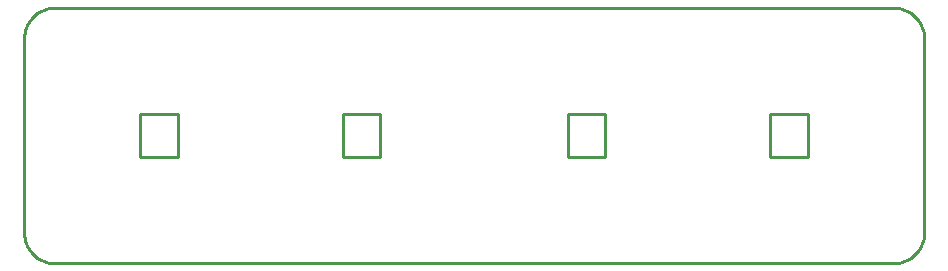
<source format=gbr>
G04 EAGLE Gerber RS-274X export*
G75*
%MOMM*%
%FSLAX34Y34*%
%LPD*%
%IN*%
%IPPOS*%
%AMOC8*
5,1,8,0,0,1.08239X$1,22.5*%
G01*
%ADD10C,0.254000*%


D10*
X-381000Y-82550D02*
X-380903Y-84764D01*
X-380614Y-86961D01*
X-380135Y-89124D01*
X-379468Y-91237D01*
X-378620Y-93285D01*
X-377597Y-95250D01*
X-376406Y-97119D01*
X-375058Y-98877D01*
X-373561Y-100511D01*
X-371927Y-102008D01*
X-370169Y-103356D01*
X-368300Y-104547D01*
X-366335Y-105570D01*
X-364287Y-106418D01*
X-362174Y-107085D01*
X-360011Y-107564D01*
X-357814Y-107853D01*
X-355600Y-107950D01*
X355600Y-107950D01*
X357814Y-107853D01*
X360011Y-107564D01*
X362174Y-107085D01*
X364287Y-106418D01*
X366335Y-105570D01*
X368300Y-104547D01*
X370169Y-103356D01*
X371927Y-102008D01*
X373561Y-100511D01*
X375058Y-98877D01*
X376406Y-97119D01*
X377597Y-95250D01*
X378620Y-93285D01*
X379468Y-91237D01*
X380135Y-89124D01*
X380614Y-86961D01*
X380903Y-84764D01*
X381000Y-82550D01*
X381000Y82550D01*
X380903Y84764D01*
X380614Y86961D01*
X380135Y89124D01*
X379468Y91237D01*
X378620Y93285D01*
X377597Y95250D01*
X376406Y97119D01*
X375058Y98877D01*
X373561Y100511D01*
X371927Y102008D01*
X370169Y103356D01*
X368300Y104547D01*
X366335Y105570D01*
X364287Y106418D01*
X362174Y107085D01*
X360011Y107564D01*
X357814Y107853D01*
X355600Y107950D01*
X-355600Y107950D01*
X-357814Y107853D01*
X-360011Y107564D01*
X-362174Y107085D01*
X-364287Y106418D01*
X-366335Y105570D01*
X-368300Y104547D01*
X-370169Y103356D01*
X-371927Y102008D01*
X-373561Y100511D01*
X-375058Y98877D01*
X-376406Y97119D01*
X-377597Y95250D01*
X-378620Y93285D01*
X-379468Y91237D01*
X-380135Y89124D01*
X-380614Y86961D01*
X-380903Y84764D01*
X-381000Y82550D01*
X-381000Y-82550D01*
X-282700Y-18000D02*
X-250700Y-18000D01*
X-250700Y18000D01*
X-282700Y18000D01*
X-282700Y-18000D01*
X-111250Y-18000D02*
X-79250Y-18000D01*
X-79250Y18000D01*
X-111250Y18000D01*
X-111250Y-18000D01*
X250700Y-18000D02*
X282700Y-18000D01*
X282700Y18000D01*
X250700Y18000D01*
X250700Y-18000D01*
X79250Y-18000D02*
X111250Y-18000D01*
X111250Y18000D01*
X79250Y18000D01*
X79250Y-18000D01*
M02*

</source>
